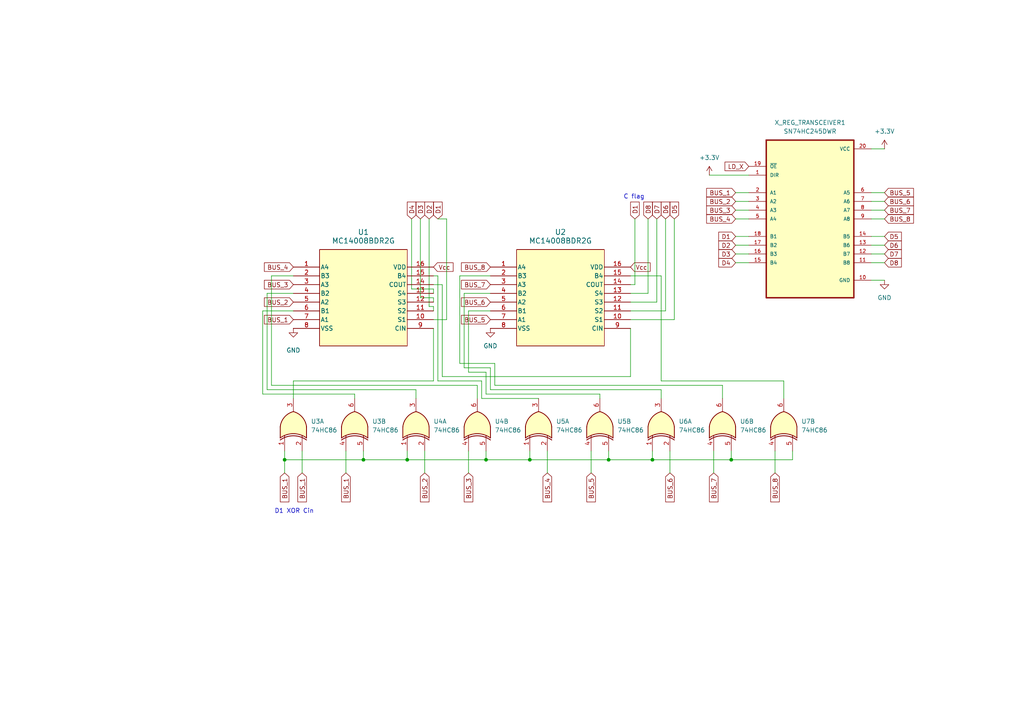
<source format=kicad_sch>
(kicad_sch (version 20250114) (generator "eeschema") (generator_version "9.0")
  (paper "A4")
  (lib_symbols
    (symbol "2025-07-31_20-16-56:MC14008BDR2G" (pin_names (offset 0.254))
      (property "Reference" "U" (at 38.1 -24.13 0))
      (property "Value" "MC14008BDR2G" (at 38.1 -26.67 0))
      (symbol "MC14008BDR2G_0_1"
        (polyline (pts (xy 25.4 -29.21) (xy 25.4 -57.15)) (stroke (width 0.127)))
        (polyline (pts (xy 50.8 -29.21) (xy 25.4 -29.21)) (stroke (width 0.127)))
        (polyline (pts (xy 50.8 -57.15) (xy 50.8 -29.21)) (stroke (width 0.127)))
        (pin bidirectional line (at 17.78 -34.29 0) (length 7.62) (name "A4") (number "1"))
        (pin bidirectional line (at 17.78 -36.83 0) (length 7.62) (name "B3") (number "2"))
        (pin bidirectional line (at 17.78 -39.37 0) (length 7.62) (name "A3") (number "3"))
        (pin bidirectional line (at 17.78 -41.91 0) (length 7.62) (name "B2") (number "4"))
        (pin bidirectional line (at 17.78 -44.45 0) (length 7.62) (name "A2") (number "5"))
        (pin bidirectional line (at 17.78 -46.99 0) (length 7.62) (name "B1") (number "6"))
        (pin bidirectional line (at 17.78 -49.53 0) (length 7.62) (name "A1") (number "7"))
        (pin power_in line (at 17.78 -52.07 0) (length 7.62) (name "VSS") (number "8"))
        (pin power_in line (at 58.42 -34.29 180) (length 7.62) (name "VDD") (number "16"))
        (pin bidirectional line (at 58.42 -36.83 180) (length 7.62) (name "B4") (number "15"))
        (pin output line (at 58.42 -39.37 180) (length 7.62) (name "COUT") (number "14"))
        (pin bidirectional line (at 58.42 -41.91 180) (length 7.62) (name "S4") (number "13"))
        (pin bidirectional line (at 58.42 -44.45 180) (length 7.62) (name "S3") (number "12"))
        (pin bidirectional line (at 58.42 -46.99 180) (length 7.62) (name "S2") (number "11"))
        (pin bidirectional line (at 58.42 -49.53 180) (length 7.62) (name "S1") (number "10"))
        (pin input line (at 58.42 -52.07 180) (length 7.62) (name "CIN") (number "9"))
      )
      (symbol "MC14008BDR2G_1_1"
        (rectangle (start 25.4 -29.21) (end 50.8 -57.15))
        (rectangle (start 25.4 -29.21) (end 50.8 -57.15) (fill (type background)))
        (polyline (pts (xy 25.4 -57.15) (xy 50.8 -57.15)) (stroke (width 0.127)) (fill (type background)))
      )
    )
    (symbol "74xx:74HC86" (pin_names (offset 1.016))
      (property "Reference" "U" (at 0 1.27 0))
      (property "Value" "74HC86" (at 0 -1.27 0))
      (symbol "74HC86_1_0"
        (arc (start -4.4196 3.81) (mid -3.2033 0) (end -4.4196 -3.81) (stroke (width 0.254)))
        (arc (start -3.81 3.81) (mid -2.589 0) (end -3.81 -3.81) (stroke (width 0.254)))
        (polyline (pts (xy -3.81 3.81) (xy -0.635 3.81)) (stroke (width 0.254)) (fill (type background)))
        (polyline (pts (xy -3.81 -3.81) (xy -0.635 -3.81)) (stroke (width 0.254)) (fill (type background)))
        (arc (start 3.81 0) (mid 2.1855 -2.584) (end -0.6096 -3.81) (stroke (width 0.254)) (fill (type background)))
        (arc (start -0.6096 3.81) (mid 2.1928 2.5924) (end 3.81 0) (stroke (width 0.254)) (fill (type background)))
        (polyline (pts (xy -0.635 3.81) (xy -3.81 3.81) (xy -3.81 3.81) (xy -3.556 3.4036) (xy -3.0226 2.2606) (xy -2.6924 1.0414) (xy -2.6162 -0.254) (xy -2.7686 -1.4986) (xy -3.175 -2.7178) (xy -3.81 -3.81) (xy -3.81 -3.81) (xy -0.635 -3.81)) (stroke (width -25.4)) (fill (type background)))
        (pin input line (at -7.62 2.54 0) (length 4.445) (name "~") (number "1"))
        (pin input line (at -7.62 -2.54 0) (length 4.445) (name "~") (number "2"))
        (pin output line (at 7.62 0 180) (length 3.81) (name "~") (number "3"))
      )
      (symbol "74HC86_1_1"
        (polyline (pts (xy -3.81 2.54) (xy -3.175 2.54)) (stroke (width 0.1524)))
        (polyline (pts (xy -3.81 -2.54) (xy -3.175 -2.54)) (stroke (width 0.1524)))
      )
      (symbol "74HC86_2_0"
        (arc (start -4.4196 3.81) (mid -3.2033 0) (end -4.4196 -3.81) (stroke (width 0.254)))
        (arc (start -3.81 3.81) (mid -2.589 0) (end -3.81 -3.81) (stroke (width 0.254)))
        (polyline (pts (xy -3.81 3.81) (xy -0.635 3.81)) (stroke (width 0.254)) (fill (type background)))
        (polyline (pts (xy -3.81 -3.81) (xy -0.635 -3.81)) (stroke (width 0.254)) (fill (type background)))
        (arc (start 3.81 0) (mid 2.1855 -2.584) (end -0.6096 -3.81) (stroke (width 0.254)) (fill (type background)))
        (arc (start -0.6096 3.81) (mid 2.1928 2.5924) (end 3.81 0) (stroke (width 0.254)) (fill (type background)))
        (polyline (pts (xy -0.635 3.81) (xy -3.81 3.81) (xy -3.81 3.81) (xy -3.556 3.4036) (xy -3.0226 2.2606) (xy -2.6924 1.0414) (xy -2.6162 -0.254) (xy -2.7686 -1.4986) (xy -3.175 -2.7178) (xy -3.81 -3.81) (xy -3.81 -3.81) (xy -0.635 -3.81)) (stroke (width -25.4)) (fill (type background)))
        (pin input line (at -7.62 2.54 0) (length 4.445) (name "~") (number "4"))
        (pin input line (at -7.62 -2.54 0) (length 4.445) (name "~") (number "5"))
        (pin output line (at 7.62 0 180) (length 3.81) (name "~") (number "6"))
      )
      (symbol "74HC86_2_1"
        (polyline (pts (xy -3.81 2.54) (xy -3.175 2.54)) (stroke (width 0.1524)))
        (polyline (pts (xy -3.81 -2.54) (xy -3.175 -2.54)) (stroke (width 0.1524)))
      )
      (symbol "74HC86_3_0"
        (arc (start -4.4196 3.81) (mid -3.2033 0) (end -4.4196 -3.81) (stroke (width 0.254)))
        (arc (start -3.81 3.81) (mid -2.589 0) (end -3.81 -3.81) (stroke (width 0.254)))
        (polyline (pts (xy -3.81 3.81) (xy -0.635 3.81)) (stroke (width 0.254)) (fill (type background)))
        (polyline (pts (xy -3.81 -3.81) (xy -0.635 -3.81)) (stroke (width 0.254)) (fill (type background)))
        (arc (start 3.81 0) (mid 2.1855 -2.584) (end -0.6096 -3.81) (stroke (width 0.254)) (fill (type background)))
        (arc (start -0.6096 3.81) (mid 2.1928 2.5924) (end 3.81 0) (stroke (width 0.254)) (fill (type background)))
        (polyline (pts (xy -0.635 3.81) (xy -3.81 3.81) (xy -3.81 3.81) (xy -3.556 3.4036) (xy -3.0226 2.2606) (xy -2.6924 1.0414) (xy -2.6162 -0.254) (xy -2.7686 -1.4986) (xy -3.175 -2.7178) (xy -3.81 -3.81) (xy -3.81 -3.81) (xy -0.635 -3.81)) (stroke (width -25.4)) (fill (type background)))
        (pin input line (at -7.62 2.54 0) (length 4.445) (name "~") (number "9"))
        (pin input line (at -7.62 -2.54 0) (length 4.445) (name "~") (number "10"))
        (pin output line (at 7.62 0 180) (length 3.81) (name "~") (number "8"))
      )
      (symbol "74HC86_3_1"
        (polyline (pts (xy -3.81 2.54) (xy -3.175 2.54)) (stroke (width 0.1524)))
        (polyline (pts (xy -3.81 -2.54) (xy -3.175 -2.54)) (stroke (width 0.1524)))
      )
      (symbol "74HC86_4_0"
        (arc (start -4.4196 3.81) (mid -3.2033 0) (end -4.4196 -3.81) (stroke (width 0.254)))
        (arc (start -3.81 3.81) (mid -2.589 0) (end -3.81 -3.81) (stroke (width 0.254)))
        (polyline (pts (xy -3.81 3.81) (xy -0.635 3.81)) (stroke (width 0.254)) (fill (type background)))
        (polyline (pts (xy -3.81 -3.81) (xy -0.635 -3.81)) (stroke (width 0.254)) (fill (type background)))
        (arc (start 3.81 0) (mid 2.1855 -2.584) (end -0.6096 -3.81) (stroke (width 0.254)) (fill (type background)))
        (arc (start -0.6096 3.81) (mid 2.1928 2.5924) (end 3.81 0) (stroke (width 0.254)) (fill (type background)))
        (polyline (pts (xy -0.635 3.81) (xy -3.81 3.81) (xy -3.81 3.81) (xy -3.556 3.4036) (xy -3.0226 2.2606) (xy -2.6924 1.0414) (xy -2.6162 -0.254) (xy -2.7686 -1.4986) (xy -3.175 -2.7178) (xy -3.81 -3.81) (xy -3.81 -3.81) (xy -0.635 -3.81)) (stroke (width -25.4)) (fill (type background)))
        (pin input line (at -7.62 2.54 0) (length 4.445) (name "~") (number "12"))
        (pin input line (at -7.62 -2.54 0) (length 4.445) (name "~") (number "13"))
        (pin output line (at 7.62 0 180) (length 3.81) (name "~") (number "11"))
      )
      (symbol "74HC86_4_1"
        (polyline (pts (xy -3.81 2.54) (xy -3.175 2.54)) (stroke (width 0.1524)))
        (polyline (pts (xy -3.81 -2.54) (xy -3.175 -2.54)) (stroke (width 0.1524)))
      )
      (symbol "74HC86_5_0"
        (pin power_in line (at 0 12.7 270) (length 5.08) (name "VCC") (number "14"))
        (pin power_in line (at 0 -12.7 90) (length 5.08) (name "GND") (number "7"))
      )
      (symbol "74HC86_5_1"
        (rectangle (start -5.08 7.62) (end 5.08 -7.62) (stroke (width 0.254)) (fill (type background)))
      )
    )
    (symbol "SN74HC245DWR:SN74HC245DWR" (pin_names (offset 1.016))
      (property "Reference" "U" (at -12.7 23.86 0))
      (property "Value" "SN74HC245DWR" (at -12.7 -26.86 0))
      (symbol "SN74HC245DWR_0_0"
        (rectangle (start -12.7 -22.86) (end 12.7 22.86) (stroke (width 0.41)) (fill (type background)))
        (pin input line (at -17.78 15.24 0) (length 5.08) (name "~{OE}") (number "19"))
        (pin input line (at -17.78 12.7 0) (length 5.08) (name "DIR") (number "1"))
        (pin bidirectional line (at -17.78 7.62 0) (length 5.08) (name "A1") (number "2"))
        (pin bidirectional line (at -17.78 5.08 0) (length 5.08) (name "A2") (number "3"))
        (pin bidirectional line (at -17.78 2.54 0) (length 5.08) (name "A3") (number "4"))
        (pin bidirectional line (at -17.78 0 0) (length 5.08) (name "A4") (number "5"))
        (pin bidirectional line (at -17.78 -5.08 0) (length 5.08) (name "B1") (number "18"))
        (pin bidirectional line (at -17.78 -7.62 0) (length 5.08) (name "B2") (number "17"))
        (pin bidirectional line (at -17.78 -10.16 0) (length 5.08) (name "B3") (number "16"))
        (pin bidirectional line (at -17.78 -12.7 0) (length 5.08) (name "B4") (number "15"))
        (pin power_in line (at 17.78 20.32 180) (length 5.08) (name "VCC") (number "20"))
        (pin bidirectional line (at 17.78 7.62 180) (length 5.08) (name "A5") (number "6"))
        (pin bidirectional line (at 17.78 5.08 180) (length 5.08) (name "A6") (number "7"))
        (pin bidirectional line (at 17.78 2.54 180) (length 5.08) (name "A7") (number "8"))
        (pin bidirectional line (at 17.78 0 180) (length 5.08) (name "A8") (number "9"))
        (pin bidirectional line (at 17.78 -5.08 180) (length 5.08) (name "B5") (number "14"))
        (pin bidirectional line (at 17.78 -7.62 180) (length 5.08) (name "B6") (number "13"))
        (pin bidirectional line (at 17.78 -10.16 180) (length 5.08) (name "B7") (number "12"))
        (pin bidirectional line (at 17.78 -12.7 180) (length 5.08) (name "B8") (number "11"))
        (pin power_in line (at 17.78 -17.78 180) (length 5.08) (name "GND") (number "10"))
      )
    )
    (symbol "power:+3.3V" (power) (pin_numbers (hide yes)) (pin_names (offset 0) (hide yes))
      (property "Value" "+3.3V" (at 0 3.556 0))
      (symbol "+3.3V_0_1"
        (polyline (pts (xy -0.762 1.27) (xy 0 2.54)))
        (polyline (pts (xy 0 2.54) (xy 0.762 1.27)))
        (polyline (pts (xy 0 0) (xy 0 2.54)))
      )
      (symbol "+3.3V_1_1"
        (pin power_in line (at 0 0 90) (length 0) (name "~") (number "1"))
      )
    )
    (symbol "power:GND" (power) (pin_numbers (hide yes)) (pin_names (offset 0) (hide yes))
      (property "Value" "GND" (at 0 -3.81 0))
      (symbol "GND_0_1"
        (polyline (pts (xy 0 0) (xy 0 -1.27) (xy 1.27 -1.27) (xy 0 -2.54) (xy -1.27 -1.27) (xy 0 -1.27)))
      )
      (symbol "GND_1_1"
        (pin power_in line (at 0 0 270) (length 0) (name "~") (number "1"))
      )
    )
  )
  (text "D1 XOR Cin" (at 85.344 148.336 0) (effects (font (size 1.27 1.27))))
  (text "C flag" (at 183.896 57.15 0) (effects (font (size 1.27 1.27))))
  (junction (at 140.97 133.35))
  (junction (at 118.11 133.35))
  (junction (at 212.09 133.35))
  (junction (at 105.41 133.35))
  (junction (at 176.53 133.35))
  (junction (at 153.67 133.35))
  (junction (at 189.23 133.35))
  (junction (at 82.55 133.35))
  (wire (pts (xy 252.73 81.28) (xy 256.54 81.28)))
  (wire (pts (xy 133.35 80.01) (xy 142.24 80.01)))
  (wire (pts (xy 171.45 130.81) (xy 171.45 137.16)))
  (wire (pts (xy 125.73 82.55) (xy 128.27 82.55)))
  (wire (pts (xy 182.88 82.55) (xy 184.15 82.55)))
  (wire (pts (xy 182.88 87.63) (xy 190.5 87.63)))
  (wire (pts (xy 173.99 115.57) (xy 173.99 114.3)))
  (wire (pts (xy 102.87 114.3) (xy 102.87 115.57)))
  (wire (pts (xy 156.21 115.57) (xy 139.7 115.57)))
  (wire (pts (xy 209.55 115.57) (xy 209.55 111.76)))
  (wire (pts (xy 213.36 63.5) (xy 217.17 63.5)))
  (wire (pts (xy 189.23 133.35) (xy 189.23 130.81)))
  (wire (pts (xy 127 110.49) (xy 127 80.01)))
  (wire (pts (xy 227.33 110.49) (xy 191.77 110.49)))
  (wire (pts (xy 191.77 80.01) (xy 182.88 80.01)))
  (wire (pts (xy 213.36 73.66) (xy 217.17 73.66)))
  (wire (pts (xy 125.73 110.49) (xy 125.73 95.25)))
  (wire (pts (xy 87.63 130.81) (xy 87.63 137.16)))
  (wire (pts (xy 76.2 114.3) (xy 102.87 114.3)))
  (wire (pts (xy 77.47 113.03) (xy 77.47 85.09)))
  (wire (pts (xy 78.74 80.01) (xy 78.74 111.76)))
  (wire (pts (xy 82.55 133.35) (xy 82.55 130.81)))
  (wire (pts (xy 82.55 133.35) (xy 105.41 133.35)))
  (wire (pts (xy 139.7 110.49) (xy 127 110.49)))
  (wire (pts (xy 133.35 105.41) (xy 133.35 80.01)))
  (wire (pts (xy 124.46 88.9) (xy 124.46 63.5)))
  (wire (pts (xy 173.99 114.3) (xy 140.97 114.3)))
  (wire (pts (xy 135.89 90.17) (xy 142.24 90.17)))
  (wire (pts (xy 125.73 90.17) (xy 125.73 88.9)))
  (wire (pts (xy 213.36 55.88) (xy 217.17 55.88)))
  (wire (pts (xy 118.11 133.35) (xy 140.97 133.35)))
  (wire (pts (xy 125.73 88.9) (xy 124.46 88.9)))
  (wire (pts (xy 125.73 83.82) (xy 119.38 83.82)))
  (wire (pts (xy 153.67 133.35) (xy 176.53 133.35)))
  (wire (pts (xy 252.73 60.96) (xy 256.54 60.96)))
  (wire (pts (xy 224.79 130.81) (xy 224.79 137.16)))
  (wire (pts (xy 209.55 111.76) (xy 143.51 111.76)))
  (wire (pts (xy 252.73 68.58) (xy 256.54 68.58)))
  (wire (pts (xy 142.24 106.68) (xy 134.62 106.68)))
  (wire (pts (xy 78.74 111.76) (xy 138.43 111.76)))
  (wire (pts (xy 120.65 113.03) (xy 77.47 113.03)))
  (wire (pts (xy 76.2 114.3) (xy 76.2 90.17)))
  (wire (pts (xy 195.58 63.5) (xy 195.58 92.71)))
  (wire (pts (xy 85.09 110.49) (xy 125.73 110.49)))
  (wire (pts (xy 191.77 115.57) (xy 191.77 113.03)))
  (wire (pts (xy 213.36 60.96) (xy 217.17 60.96)))
  (wire (pts (xy 77.47 85.09) (xy 85.09 85.09)))
  (wire (pts (xy 85.09 115.57) (xy 85.09 110.49)))
  (wire (pts (xy 128.27 82.55) (xy 128.27 109.22)))
  (wire (pts (xy 143.51 105.41) (xy 133.35 105.41)))
  (wire (pts (xy 191.77 110.49) (xy 191.77 80.01)))
  (wire (pts (xy 189.23 133.35) (xy 212.09 133.35)))
  (wire (pts (xy 138.43 111.76) (xy 138.43 115.57)))
  (wire (pts (xy 119.38 63.5) (xy 119.38 83.82)))
  (wire (pts (xy 135.89 130.81) (xy 135.89 137.16)))
  (wire (pts (xy 105.41 133.35) (xy 118.11 133.35)))
  (wire (pts (xy 182.88 85.09) (xy 187.96 85.09)))
  (wire (pts (xy 135.89 107.95) (xy 135.89 90.17)))
  (wire (pts (xy 125.73 87.63) (xy 125.73 86.36)))
  (wire (pts (xy 100.33 130.81) (xy 100.33 137.16)))
  (wire (pts (xy 227.33 115.57) (xy 227.33 110.49)))
  (wire (pts (xy 125.73 86.36) (xy 121.92 86.36)))
  (wire (pts (xy 125.73 92.71) (xy 129.54 92.71)))
  (wire (pts (xy 212.09 133.35) (xy 229.87 133.35)))
  (wire (pts (xy 193.04 63.5) (xy 193.04 90.17)))
  (wire (pts (xy 134.62 106.68) (xy 134.62 85.09)))
  (wire (pts (xy 105.41 133.35) (xy 105.41 130.81)))
  (wire (pts (xy 76.2 90.17) (xy 85.09 90.17)))
  (wire (pts (xy 191.77 113.03) (xy 142.24 113.03)))
  (wire (pts (xy 194.31 130.81) (xy 194.31 137.16)))
  (wire (pts (xy 229.87 133.35) (xy 229.87 130.81)))
  (wire (pts (xy 128.27 109.22) (xy 182.88 109.22)))
  (wire (pts (xy 252.73 58.42) (xy 256.54 58.42)))
  (wire (pts (xy 176.53 133.35) (xy 176.53 130.81)))
  (wire (pts (xy 176.53 133.35) (xy 189.23 133.35)))
  (wire (pts (xy 184.15 63.5) (xy 184.15 82.55)))
  (wire (pts (xy 118.11 133.35) (xy 118.11 130.81)))
  (wire (pts (xy 129.54 63.5) (xy 127 63.5)))
  (wire (pts (xy 140.97 107.95) (xy 135.89 107.95)))
  (wire (pts (xy 143.51 111.76) (xy 143.51 105.41)))
  (wire (pts (xy 182.88 92.71) (xy 195.58 92.71)))
  (wire (pts (xy 205.74 50.8) (xy 217.17 50.8)))
  (wire (pts (xy 213.36 68.58) (xy 217.17 68.58)))
  (wire (pts (xy 252.73 63.5) (xy 256.54 63.5)))
  (wire (pts (xy 140.97 133.35) (xy 140.97 130.81)))
  (wire (pts (xy 213.36 76.2) (xy 217.17 76.2)))
  (wire (pts (xy 182.88 90.17) (xy 193.04 90.17)))
  (wire (pts (xy 82.55 137.16) (xy 82.55 133.35)))
  (wire (pts (xy 207.01 130.81) (xy 207.01 137.16)))
  (wire (pts (xy 139.7 115.57) (xy 139.7 110.49)))
  (wire (pts (xy 140.97 114.3) (xy 140.97 107.95)))
  (wire (pts (xy 127 80.01) (xy 125.73 80.01)))
  (wire (pts (xy 252.73 71.12) (xy 256.54 71.12)))
  (wire (pts (xy 142.24 113.03) (xy 142.24 106.68)))
  (wire (pts (xy 85.09 80.01) (xy 78.74 80.01)))
  (wire (pts (xy 129.54 92.71) (xy 129.54 63.5)))
  (wire (pts (xy 252.73 55.88) (xy 256.54 55.88)))
  (wire (pts (xy 252.73 73.66) (xy 256.54 73.66)))
  (wire (pts (xy 187.96 63.5) (xy 187.96 85.09)))
  (wire (pts (xy 123.19 130.81) (xy 123.19 137.16)))
  (wire (pts (xy 120.65 115.57) (xy 120.65 113.03)))
  (wire (pts (xy 213.36 71.12) (xy 217.17 71.12)))
  (wire (pts (xy 190.5 63.5) (xy 190.5 87.63)))
  (wire (pts (xy 153.67 133.35) (xy 153.67 130.81)))
  (wire (pts (xy 158.75 130.81) (xy 158.75 137.16)))
  (wire (pts (xy 125.73 85.09) (xy 125.73 83.82)))
  (wire (pts (xy 182.88 95.25) (xy 182.88 109.22)))
  (wire (pts (xy 213.36 58.42) (xy 217.17 58.42)))
  (wire (pts (xy 212.09 133.35) (xy 212.09 130.81)))
  (wire (pts (xy 140.97 133.35) (xy 153.67 133.35)))
  (wire (pts (xy 252.73 76.2) (xy 256.54 76.2)))
  (wire (pts (xy 121.92 86.36) (xy 121.92 63.5)))
  (wire (pts (xy 252.73 43.18) (xy 256.54 43.18)))
  (wire (pts (xy 134.62 85.09) (xy 142.24 85.09)))
  (global_label "BUS_7" (shape input) (at 256.54 60.96 0) (property "Intersheetrefs" "${INTERSHEET_REFS}" (effects (hide yes))))
  (global_label "D3" (shape input) (at 213.36 73.66 180) (property "Intersheetrefs" "${INTERSHEET_REFS}" (effects (hide yes))))
  (global_label "BUS_4" (shape input) (at 158.75 137.16 270) (property "Intersheetrefs" "${INTERSHEET_REFS}" (effects (hide yes))))
  (global_label "BUS_7" (shape input) (at 142.24 82.55 180) (property "Intersheetrefs" "${INTERSHEET_REFS}" (effects (hide yes))))
  (global_label "BUS_5" (shape input) (at 256.54 55.88 0) (property "Intersheetrefs" "${INTERSHEET_REFS}" (effects (hide yes))))
  (global_label "BUS_5" (shape input) (at 171.45 137.16 270) (property "Intersheetrefs" "${INTERSHEET_REFS}" (effects (hide yes))))
  (global_label "D4" (shape input) (at 213.36 76.2 180) (property "Intersheetrefs" "${INTERSHEET_REFS}" (effects (hide yes))))
  (global_label "Vcc" (shape input) (at 182.88 77.47 0) (property "Intersheetrefs" "${INTERSHEET_REFS}" (effects (hide yes))))
  (global_label "D1" (shape input) (at 184.15 63.5 90) (property "Intersheetrefs" "${INTERSHEET_REFS}" (effects (hide yes))))
  (global_label "BUS_2" (shape input) (at 123.19 137.16 270) (property "Intersheetrefs" "${INTERSHEET_REFS}" (effects (hide yes))))
  (global_label "BUS_3" (shape input) (at 135.89 137.16 270) (property "Intersheetrefs" "${INTERSHEET_REFS}" (effects (hide yes))))
  (global_label "BUS_1" (shape input) (at 213.36 55.88 180) (property "Intersheetrefs" "${INTERSHEET_REFS}" (effects (hide yes))))
  (global_label "D2" (shape input) (at 213.36 71.12 180) (property "Intersheetrefs" "${INTERSHEET_REFS}" (effects (hide yes))))
  (global_label "D4" (shape input) (at 119.38 63.5 90) (property "Intersheetrefs" "${INTERSHEET_REFS}" (effects (hide yes))))
  (global_label "BUS_2" (shape input) (at 213.36 58.42 180) (property "Intersheetrefs" "${INTERSHEET_REFS}" (effects (hide yes))))
  (global_label "BUS_4" (shape input) (at 85.09 77.47 180) (property "Intersheetrefs" "${INTERSHEET_REFS}" (effects (hide yes))))
  (global_label "BUS_1" (shape input) (at 85.09 92.71 180) (property "Intersheetrefs" "${INTERSHEET_REFS}" (effects (hide yes))))
  (global_label "D1" (shape input) (at 127 63.5 90) (property "Intersheetrefs" "${INTERSHEET_REFS}" (effects (hide yes))))
  (global_label "LD_X" (shape input) (at 217.17 48.26 180) (property "Intersheetrefs" "${INTERSHEET_REFS}" (effects (hide yes))))
  (global_label "BUS_1" (shape input) (at 82.55 137.16 270) (property "Intersheetrefs" "${INTERSHEET_REFS}" (effects (hide yes))))
  (global_label "D7" (shape input) (at 256.54 73.66 0) (property "Intersheetrefs" "${INTERSHEET_REFS}" (effects (hide yes))))
  (global_label "BUS_5" (shape input) (at 142.24 92.71 180) (property "Intersheetrefs" "${INTERSHEET_REFS}" (effects (hide yes))))
  (global_label "BUS_6" (shape input) (at 256.54 58.42 0) (property "Intersheetrefs" "${INTERSHEET_REFS}" (effects (hide yes))))
  (global_label "D5" (shape input) (at 195.58 63.5 90) (property "Intersheetrefs" "${INTERSHEET_REFS}" (effects (hide yes))))
  (global_label "D2" (shape input) (at 124.46 63.5 90) (property "Intersheetrefs" "${INTERSHEET_REFS}" (effects (hide yes))))
  (global_label "BUS_8" (shape input) (at 256.54 63.5 0) (property "Intersheetrefs" "${INTERSHEET_REFS}" (effects (hide yes))))
  (global_label "D6" (shape input) (at 193.04 63.5 90) (property "Intersheetrefs" "${INTERSHEET_REFS}" (effects (hide yes))))
  (global_label "D7" (shape input) (at 190.5 63.5 90) (property "Intersheetrefs" "${INTERSHEET_REFS}" (effects (hide yes))))
  (global_label "BUS_2" (shape input) (at 85.09 87.63 180) (property "Intersheetrefs" "${INTERSHEET_REFS}" (effects (hide yes))))
  (global_label "BUS_1" (shape input) (at 100.33 137.16 270) (property "Intersheetrefs" "${INTERSHEET_REFS}" (effects (hide yes))))
  (global_label "BUS_7" (shape input) (at 207.01 137.16 270) (property "Intersheetrefs" "${INTERSHEET_REFS}" (effects (hide yes))))
  (global_label "D5" (shape input) (at 256.54 68.58 0) (property "Intersheetrefs" "${INTERSHEET_REFS}" (effects (hide yes))))
  (global_label "D1" (shape input) (at 213.36 68.58 180) (property "Intersheetrefs" "${INTERSHEET_REFS}" (effects (hide yes))))
  (global_label "BUS_6" (shape input) (at 142.24 87.63 180) (property "Intersheetrefs" "${INTERSHEET_REFS}" (effects (hide yes))))
  (global_label "BUS_3" (shape input) (at 85.09 82.55 180) (property "Intersheetrefs" "${INTERSHEET_REFS}" (effects (hide yes))))
  (global_label "Vcc" (shape input) (at 125.73 77.47 0) (property "Intersheetrefs" "${INTERSHEET_REFS}" (effects (hide yes))))
  (global_label "BUS_8" (shape input) (at 224.79 137.16 270) (property "Intersheetrefs" "${INTERSHEET_REFS}" (effects (hide yes))))
  (global_label "BUS_4" (shape input) (at 213.36 63.5 180) (property "Intersheetrefs" "${INTERSHEET_REFS}" (effects (hide yes))))
  (global_label "D8" (shape input) (at 256.54 76.2 0) (property "Intersheetrefs" "${INTERSHEET_REFS}" (effects (hide yes))))
  (global_label "BUS_8" (shape input) (at 142.24 77.47 180) (property "Intersheetrefs" "${INTERSHEET_REFS}" (effects (hide yes))))
  (global_label "D8" (shape input) (at 187.96 63.5 90) (property "Intersheetrefs" "${INTERSHEET_REFS}" (effects (hide yes))))
  (global_label "D6" (shape input) (at 256.54 71.12 0) (property "Intersheetrefs" "${INTERSHEET_REFS}" (effects (hide yes))))
  (global_label "BUS_6" (shape input) (at 194.31 137.16 270) (property "Intersheetrefs" "${INTERSHEET_REFS}" (effects (hide yes))))
  (global_label "BUS_1" (shape input) (at 87.63 137.16 270) (property "Intersheetrefs" "${INTERSHEET_REFS}" (effects (hide yes))))
  (global_label "D3" (shape input) (at 121.92 63.5 90) (property "Intersheetrefs" "${INTERSHEET_REFS}" (effects (hide yes))))
  (global_label "BUS_3" (shape input) (at 213.36 60.96 180) (property "Intersheetrefs" "${INTERSHEET_REFS}" (effects (hide yes))))
  (symbol (lib_id "2025-07-31_20-16-56:MC14008BDR2G") (at 67.31 43.18 0) (unit 1)
    (property "Reference" "U1" (at 105.41 67.31 0) (effects (font (size 1.524 1.524))))
    (property "Value" "MC14008BDR2G" (at 105.41 69.85 0) (effects (font (size 1.524 1.524))))
    (property "Footprint" "SOIC-16_ONS" (effects (hide yes)))
    (property "Datasheet" "MC14008BDR2G" (effects (hide yes)))
  )
  (symbol (lib_id "2025-07-31_20-16-56:MC14008BDR2G") (at 124.46 43.18 0) (unit 1)
    (property "Reference" "U2" (at 162.56 67.31 0) (effects (font (size 1.524 1.524))))
    (property "Value" "MC14008BDR2G" (at 162.56 69.85 0) (effects (font (size 1.524 1.524))))
    (property "Footprint" "SOIC-16_ONS" (effects (hide yes)))
    (property "Datasheet" "MC14008BDR2G" (effects (hide yes)))
  )
  (symbol (lib_id "power:GND") (at 256.54 81.28 0) (unit 1)
    (property "Reference" "#PWR031" (effects (hide yes)))
    (property "Value" "GND" (at 256.54 86.36 0))
    (property "Description" "Power symbol creates a global label with name \"GND\" , ground" (effects (hide yes)))
  )
  (symbol (lib_id "power:GND") (at 142.24 95.25 0) (unit 1)
    (property "Reference" "#PWR023" (effects (hide yes)))
    (property "Value" "GND" (at 142.24 100.33 0))
    (property "Description" "Power symbol creates a global label with name \"GND\" , ground" (effects (hide yes)))
  )
  (symbol (lib_id "74xx:74HC86") (at 138.43 123.19 90) (unit 2)
    (property "Reference" "U4" (at 143.51 122.2247 90) (effects (justify right)))
    (property "Value" "74HC86" (at 143.51 124.7647 90) (effects (justify right)))
    (property "Datasheet" "http://www.ti.com/lit/gpn/sn74HC86" (effects (hide yes)))
    (property "Description" "Quad 2-input XOR" (effects (hide yes)))
  )
  (symbol (lib_id "power:GND") (at 85.09 95.25 0) (unit 1)
    (property "Reference" "#PWR020" (effects (hide yes)))
    (property "Value" "GND" (at 85.09 101.6 0))
    (property "Description" "Power symbol creates a global label with name \"GND\" , ground" (effects (hide yes)))
  )
  (symbol (lib_id "power:+3.3V") (at 205.74 50.8 0) (unit 1)
    (property "Reference" "#PWR015" (effects (hide yes)))
    (property "Value" "+3.3V" (at 205.74 45.72 0))
    (property "Description" "Power symbol creates a global label with name \"+3.3V\"" (effects (hide yes)))
  )
  (symbol (lib_id "power:+3.3V") (at 256.54 43.18 0) (unit 1)
    (property "Reference" "#PWR016" (effects (hide yes)))
    (property "Value" "+3.3V" (at 256.54 38.1 0))
    (property "Description" "Power symbol creates a global label with name \"+3.3V\"" (effects (hide yes)))
  )
  (symbol (lib_id "74xx:74HC86") (at 209.55 123.19 90) (unit 2)
    (property "Reference" "U6" (at 214.63 122.2247 90) (effects (justify right)))
    (property "Value" "74HC86" (at 214.63 124.7647 90) (effects (justify right)))
    (property "Datasheet" "http://www.ti.com/lit/gpn/sn74HC86" (effects (hide yes)))
    (property "Description" "Quad 2-input XOR" (effects (hide yes)))
  )
  (symbol (lib_id "74xx:74HC86") (at 156.21 123.19 90) (unit 1)
    (property "Reference" "U5" (at 161.29 122.2247 90) (effects (justify right)))
    (property "Value" "74HC86" (at 161.29 124.7647 90) (effects (justify right)))
    (property "Datasheet" "http://www.ti.com/lit/gpn/sn74HC86" (effects (hide yes)))
    (property "Description" "Quad 2-input XOR" (effects (hide yes)))
  )
  (symbol (lib_id "74xx:74HC86") (at 191.77 123.19 90) (unit 1)
    (property "Reference" "U6" (at 196.85 122.2247 90) (effects (justify right)))
    (property "Value" "74HC86" (at 196.85 124.7647 90) (effects (justify right)))
    (property "Datasheet" "http://www.ti.com/lit/gpn/sn74HC86" (effects (hide yes)))
    (property "Description" "Quad 2-input XOR" (effects (hide yes)))
  )
  (symbol (lib_id "74xx:74HC86") (at 227.33 123.19 90) (unit 2)
    (property "Reference" "U7" (at 232.41 122.2247 90) (effects (justify right)))
    (property "Value" "74HC86" (at 232.41 124.7647 90) (effects (justify right)))
    (property "Datasheet" "http://www.ti.com/lit/gpn/sn74HC86" (effects (hide yes)))
    (property "Description" "Quad 2-input XOR" (effects (hide yes)))
  )
  (symbol (lib_id "74xx:74HC86") (at 102.87 123.19 90) (unit 2)
    (property "Reference" "U3" (at 107.95 122.2247 90) (effects (justify right)))
    (property "Value" "74HC86" (at 107.95 124.7647 90) (effects (justify right)))
    (property "Datasheet" "http://www.ti.com/lit/gpn/sn74HC86" (effects (hide yes)))
    (property "Description" "Quad 2-input XOR" (effects (hide yes)))
  )
  (symbol (lib_id "74xx:74HC86") (at 85.09 123.19 90) (unit 1)
    (property "Reference" "U3" (at 90.17 122.2247 90) (effects (justify right)))
    (property "Value" "74HC86" (at 90.17 124.7647 90) (effects (justify right)))
    (property "Datasheet" "http://www.ti.com/lit/gpn/sn74HC86" (effects (hide yes)))
    (property "Description" "Quad 2-input XOR" (effects (hide yes)))
  )
  (symbol (lib_id "74xx:74HC86") (at 173.99 123.19 90) (unit 2)
    (property "Reference" "U5" (at 179.07 122.2247 90) (effects (justify right)))
    (property "Value" "74HC86" (at 179.07 124.7647 90) (effects (justify right)))
    (property "Datasheet" "http://www.ti.com/lit/gpn/sn74HC86" (effects (hide yes)))
    (property "Description" "Quad 2-input XOR" (effects (hide yes)))
  )
  (symbol (lib_id "74xx:74HC86") (at 120.65 123.19 90) (unit 1)
    (property "Reference" "U4" (at 125.73 122.2247 90) (effects (justify right)))
    (property "Value" "74HC86" (at 125.73 124.7647 90) (effects (justify right)))
    (property "Datasheet" "http://www.ti.com/lit/gpn/sn74HC86" (effects (hide yes)))
    (property "Description" "Quad 2-input XOR" (effects (hide yes)))
  )
  (symbol (lib_id "SN74HC245DWR:SN74HC245DWR") (at 234.95 63.5 0) (unit 1)
    (property "Reference" "X_REG_TRANSCEIVER1" (at 234.95 35.56 0))
    (property "Value" "SN74HC245DWR" (at 234.95 38.1 0))
    (property "Footprint" "SN74HC245DWR:SOIC127P1030X265-20N" (effects (hide yes)))
  )
)
</source>
